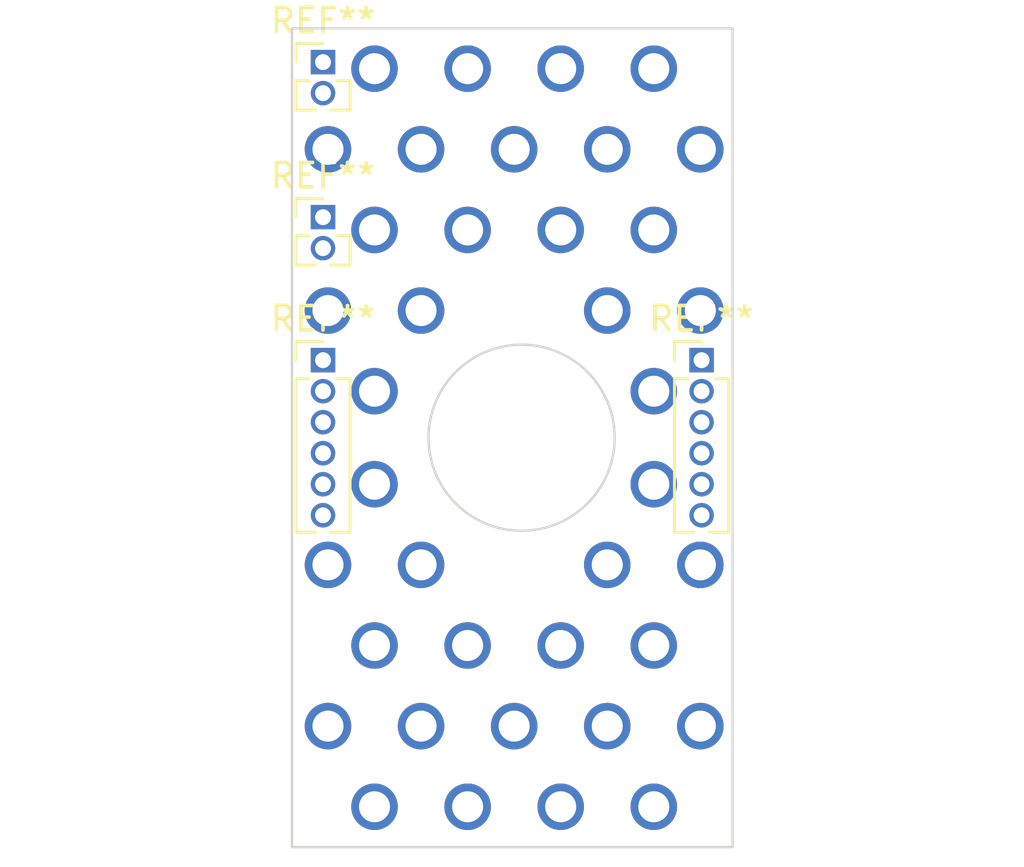
<source format=kicad_pcb>
(kicad_pcb (version 20221018) (generator pcbnew)
  (layers (0 "F.Cu" signal) (31 "B.Cu" signal) (34 "B.Paste" user) (35 "F.Paste" user) (36 "B.SilkS" user "B.Silkscreen") (37 "F.SilkS" user "F.Silkscreen") (38 "B.Mask" user) (39 "F.Mask" user) (44 "Edge.Cuts" user))
  (net 0 "")
  (footprint "Connector_PinHeader_1.27mm:PinHeader_1x02_P1.27mm_Vertical" (layer "F.Cu") (at 27.432 33.894)
    (fp_text reference "REF**" (at 0 -1.695) (layer "F.SilkS"))
    (fp_text value "PinHeader_1x02_P1.27mm_Vertical")
    (fp_line (start -1.11 -0.76) (end 0 -0.76) (stroke (width 0.12)) (layer "F.SilkS"))
    (fp_line (start -1.11 0) (end -1.11 -0.76) (stroke (width 0.12)) (layer "F.SilkS"))
    (fp_line (start -1.11 0.76) (end -1.11 1.965) (stroke (width 0.12)) (layer "F.SilkS"))
    (fp_line (start -1.11 0.76) (end -0.563471 0.76) (stroke (width 0.12)) (layer "F.SilkS"))
    (fp_line (start -1.11 1.965) (end -0.30753 1.965) (stroke (width 0.12)) (layer "F.SilkS"))
    (fp_line (start 0.30753 1.965) (end 1.11 1.965) (stroke (width 0.12)) (layer "F.SilkS"))
    (fp_line (start 0.563471 0.76) (end 1.11 0.76) (stroke (width 0.12)) (layer "F.SilkS"))
    (fp_line (start 1.11 0.76) (end 1.11 1.965) (stroke (width 0.12)) (layer "F.SilkS"))
    (pad "1" thru_hole rect (at 0 0) (size 1 1) (drill 0.65) (layers "*.Cu" "*.Mask"))
    (pad "2" thru_hole oval (at 0 1.27) (size 1 1) (drill 0.65) (layers "*.Cu" "*.Mask"))
  )
  (footprint "Connector_PinHeader_1.27mm:PinHeader_1x06_P1.27mm_Vertical" (layer "F.Cu") (at 42.926 39.751)
    (fp_text reference "REF**" (at 0 -1.695) (layer "F.SilkS"))
    (fp_text value "PinHeader_1x06_P1.27mm_Vertical")
    (fp_line (start -1.11 -0.76) (end 0 -0.76) (stroke (width 0.12)) (layer "F.SilkS"))
    (fp_line (start -1.11 0) (end -1.11 -0.76) (stroke (width 0.12)) (layer "F.SilkS"))
    (fp_line (start -1.11 0.76) (end -1.11 7.045) (stroke (width 0.12)) (layer "F.SilkS"))
    (fp_line (start -1.11 0.76) (end -0.563471 0.76) (stroke (width 0.12)) (layer "F.SilkS"))
    (fp_line (start -1.11 7.045) (end -0.30753 7.045) (stroke (width 0.12)) (layer "F.SilkS"))
    (fp_line (start 0.30753 7.045) (end 1.11 7.045) (stroke (width 0.12)) (layer "F.SilkS"))
    (fp_line (start 0.563471 0.76) (end 1.11 0.76) (stroke (width 0.12)) (layer "F.SilkS"))
    (fp_line (start 1.11 0.76) (end 1.11 7.045) (stroke (width 0.12)) (layer "F.SilkS"))
    (pad "1" thru_hole rect (at 0 0) (size 1 1) (drill 0.65) (layers "*.Cu" "*.Mask"))
    (pad "2" thru_hole oval (at 0 1.27) (size 1 1) (drill 0.65) (layers "*.Cu" "*.Mask"))
    (pad "3" thru_hole oval (at 0 2.54) (size 1 1) (drill 0.65) (layers "*.Cu" "*.Mask"))
    (pad "4" thru_hole oval (at 0 3.81) (size 1 1) (drill 0.65) (layers "*.Cu" "*.Mask"))
    (pad "5" thru_hole oval (at 0 5.08) (size 1 1) (drill 0.65) (layers "*.Cu" "*.Mask"))
    (pad "6" thru_hole oval (at 0 6.35) (size 1 1) (drill 0.65) (layers "*.Cu" "*.Mask"))
  )
  (footprint "Connector_PinHeader_1.27mm:PinHeader_1x06_P1.27mm_Vertical" (layer "F.Cu") (at 27.432 39.751)
    (fp_text reference "REF**" (at 0 -1.695) (layer "F.SilkS"))
    (fp_text value "PinHeader_1x06_P1.27mm_Vertical")
    (fp_line (start -1.11 -0.76) (end 0 -0.76) (stroke (width 0.12)) (layer "F.SilkS"))
    (fp_line (start -1.11 0) (end -1.11 -0.76) (stroke (width 0.12)) (layer "F.SilkS"))
    (fp_line (start -1.11 0.76) (end -1.11 7.045) (stroke (width 0.12)) (layer "F.SilkS"))
    (fp_line (start -1.11 0.76) (end -0.563471 0.76) (stroke (width 0.12)) (layer "F.SilkS"))
    (fp_line (start -1.11 7.045) (end -0.30753 7.045) (stroke (width 0.12)) (layer "F.SilkS"))
    (fp_line (start 0.30753 7.045) (end 1.11 7.045) (stroke (width 0.12)) (layer "F.SilkS"))
    (fp_line (start 0.563471 0.76) (end 1.11 0.76) (stroke (width 0.12)) (layer "F.SilkS"))
    (fp_line (start 1.11 0.76) (end 1.11 7.045) (stroke (width 0.12)) (layer "F.SilkS"))
    (pad "1" thru_hole rect (at 0 0) (size 1 1) (drill 0.65) (layers "*.Cu" "*.Mask"))
    (pad "2" thru_hole oval (at 0 1.27) (size 1 1) (drill 0.65) (layers "*.Cu" "*.Mask"))
    (pad "3" thru_hole oval (at 0 2.54) (size 1 1) (drill 0.65) (layers "*.Cu" "*.Mask"))
    (pad "4" thru_hole oval (at 0 3.81) (size 1 1) (drill 0.65) (layers "*.Cu" "*.Mask"))
    (pad "5" thru_hole oval (at 0 5.08) (size 1 1) (drill 0.65) (layers "*.Cu" "*.Mask"))
    (pad "6" thru_hole oval (at 0 6.35) (size 1 1) (drill 0.65) (layers "*.Cu" "*.Mask"))
  )
  (footprint "Connector_PinHeader_1.27mm:PinHeader_1x02_P1.27mm_Vertical" (layer "F.Cu") (at 27.432 27.544)
    (fp_text reference "REF**" (at 0 -1.695) (layer "F.SilkS"))
    (fp_text value "PinHeader_1x02_P1.27mm_Vertical")
    (fp_line (start -1.11 -0.76) (end 0 -0.76) (stroke (width 0.12)) (layer "F.SilkS"))
    (fp_line (start -1.11 0) (end -1.11 -0.76) (stroke (width 0.12)) (layer "F.SilkS"))
    (fp_line (start -1.11 0.76) (end -1.11 1.965) (stroke (width 0.12)) (layer "F.SilkS"))
    (fp_line (start -1.11 0.76) (end -0.563471 0.76) (stroke (width 0.12)) (layer "F.SilkS"))
    (fp_line (start -1.11 1.965) (end -0.30753 1.965) (stroke (width 0.12)) (layer "F.SilkS"))
    (fp_line (start 0.30753 1.965) (end 1.11 1.965) (stroke (width 0.12)) (layer "F.SilkS"))
    (fp_line (start 0.563471 0.76) (end 1.11 0.76) (stroke (width 0.12)) (layer "F.SilkS"))
    (fp_line (start 1.11 0.76) (end 1.11 1.965) (stroke (width 0.12)) (layer "F.SilkS"))
    (pad "1" thru_hole rect (at 0 0) (size 1 1) (drill 0.65) (layers "*.Cu" "*.Mask"))
    (pad "2" thru_hole oval (at 0 1.27) (size 1 1) (drill 0.65) (layers "*.Cu" "*.Mask"))
  )
  (gr_rect (start 26.162 26.162) (end 44.196 59.69) (stroke (width 0.1)) (fill none) (layer "Edge.Cuts"))
  (gr_circle (center 35.56 42.926) (end 39.37 42.926) (stroke (width 0.1)) (fill none) (layer "Edge.Cuts"))
  (via (at 37.1602 58.039) (size 1.905) (drill 1.27) (layers "F.Cu" "B.Cu") (net 0))
  (via (at 40.9702 27.813) (size 1.905) (drill 1.27) (layers "F.Cu" "B.Cu") (net 0))
  (via (at 33.3502 34.417) (size 1.905) (drill 1.27) (layers "F.Cu" "B.Cu") (net 0))
  (via (at 40.9702 41.021) (size 1.905) (drill 1.27) (layers "F.Cu" "B.Cu") (net 0))
  (via (at 40.9702 51.435) (size 1.905) (drill 1.27) (layers "F.Cu" "B.Cu") (net 0))
  (via (at 37.1602 51.435) (size 1.905) (drill 1.27) (layers "F.Cu" "B.Cu") (net 0))
  (via (at 29.5402 27.813) (size 1.905) (drill 1.27) (layers "F.Cu" "B.Cu") (net 0))
  (via (at 42.8752 48.133) (size 1.905) (drill 1.27) (layers "F.Cu" "B.Cu") (net 0))
  (via (at 40.9702 58.039) (size 1.905) (drill 1.27) (layers "F.Cu" "B.Cu") (net 0))
  (via (at 39.0652 37.719) (size 1.905) (drill 1.27) (layers "F.Cu" "B.Cu") (net 0))
  (via (at 31.4452 48.133) (size 1.905) (drill 1.27) (layers "F.Cu" "B.Cu") (net 0))
  (via (at 31.4452 37.719) (size 1.905) (drill 1.27) (layers "F.Cu" "B.Cu") (net 0))
  (via (at 37.1602 27.813) (size 1.905) (drill 1.27) (layers "F.Cu" "B.Cu") (net 0))
  (via (at 31.4452 54.737) (size 1.905) (drill 1.27) (layers "F.Cu" "B.Cu") (net 0))
  (via (at 42.8752 31.115) (size 1.905) (drill 1.27) (layers "F.Cu" "B.Cu") (net 0))
  (via (at 40.9702 44.831) (size 1.905) (drill 1.27) (layers "F.Cu" "B.Cu") (net 0))
  (via (at 35.2552 31.115) (size 1.905) (drill 1.27) (layers "F.Cu" "B.Cu") (net 0))
  (via (at 39.0652 54.737) (size 1.905) (drill 1.27) (layers "F.Cu" "B.Cu") (net 0))
  (via (at 39.0652 48.133) (size 1.905) (drill 1.27) (layers "F.Cu" "B.Cu") (net 0))
  (via (at 40.9702 34.417) (size 1.905) (drill 1.27) (layers "F.Cu" "B.Cu") (net 0))
  (via (at 27.6352 31.115) (size 1.905) (drill 1.27) (layers "F.Cu" "B.Cu") (net 0))
  (via (at 42.8752 37.719) (size 1.905) (drill 1.27) (layers "F.Cu" "B.Cu") (net 0))
  (via (at 29.5402 41.021) (size 1.905) (drill 1.27) (layers "F.Cu" "B.Cu") (net 0))
  (via (at 27.6352 37.719) (size 1.905) (drill 1.27) (layers "F.Cu" "B.Cu") (net 0))
  (via (at 33.3502 58.039) (size 1.905) (drill 1.27) (layers "F.Cu" "B.Cu") (net 0))
  (via (at 35.2552 54.737) (size 1.905) (drill 1.27) (layers "F.Cu" "B.Cu") (net 0))
  (via (at 31.4452 31.115) (size 1.905) (drill 1.27) (layers "F.Cu" "B.Cu") (net 0))
  (via (at 27.6352 48.133) (size 1.905) (drill 1.27) (layers "F.Cu" "B.Cu") (net 0))
  (via (at 29.5402 34.417) (size 1.905) (drill 1.27) (layers "F.Cu" "B.Cu") (net 0))
  (via (at 27.6352 54.737) (size 1.905) (drill 1.27) (layers "F.Cu" "B.Cu") (net 0))
  (via (at 29.5402 51.435) (size 1.905) (drill 1.27) (layers "F.Cu" "B.Cu") (net 0))
  (via (at 42.8752 54.737) (size 1.905) (drill 1.27) (layers "F.Cu" "B.Cu") (net 0))
  (via (at 39.0652 31.115) (size 1.905) (drill 1.27) (layers "F.Cu" "B.Cu") (net 0))
  (via (at 29.5402 44.831) (size 1.905) (drill 1.27) (layers "F.Cu" "B.Cu") (net 0))
  (via (at 37.1602 34.417) (size 1.905) (drill 1.27) (layers "F.Cu" "B.Cu") (net 0))
  (via (at 33.3502 51.435) (size 1.905) (drill 1.27) (layers "F.Cu" "B.Cu") (net 0))
  (via (at 29.5402 58.039) (size 1.905) (drill 1.27) (layers "F.Cu" "B.Cu") (net 0))
  (via (at 33.3502 27.813) (size 1.905) (drill 1.27) (layers "F.Cu" "B.Cu") (net 0))
)
</source>
